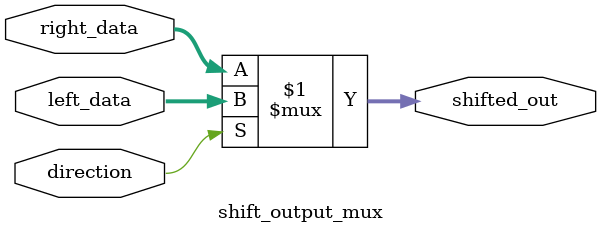
<source format=sv>
module barrel_shifter (
    input  wire [7:0] data_in,       // Input data
    input  wire [2:0] shift_amt,     // Shift amount
    input  wire       direction,     // 0: right, 1: left
    output wire [7:0] shifted_out    // Shifted result
);

    wire [7:0] left_shift_result;
    wire [7:0] right_shift_result;

    // Left shifter submodule instance
    left_shifter #(
        .WIDTH(8)
    ) u_left_shifter (
        .in_data(data_in),
        .shift_amount(shift_amt),
        .shifted_data(left_shift_result)
    );

    // Right shifter submodule instance
    right_shifter #(
        .WIDTH(8)
    ) u_right_shifter (
        .in_data(data_in),
        .shift_amount(shift_amt),
        .shifted_data(right_shift_result)
    );

    // Output multiplexer submodule instance
    shift_output_mux #(
        .WIDTH(8)
    ) u_shift_output_mux (
        .left_data(left_shift_result),
        .right_data(right_shift_result),
        .direction(direction),
        .shifted_out(shifted_out)
    );

endmodule

// ---------------------------------------------------------------------------
// Module: left_shifter
// Function: Performs logical left shift on input data by specified amount
//        using barrel shifter structure (MUX-based)
// ---------------------------------------------------------------------------
module left_shifter #(
    parameter WIDTH = 8
) (
    input  wire [WIDTH-1:0] in_data,
    input  wire [2:0]       shift_amount,
    output wire [WIDTH-1:0] shifted_data
);
    wire [WIDTH-1:0] stage0;
    wire [WIDTH-1:0] stage1;
    wire [WIDTH-1:0] stage2;

    // Stage 0: shift by 1 if shift_amount[0]
    genvar i;
    generate
        for (i = 0; i < WIDTH; i = i + 1) begin : gen_left_stage0
            assign stage0[i] = shift_amount[0] ?
                ((i >= 1) ? in_data[i-1] : 1'b0) :
                in_data[i];
        end
    endgenerate

    // Stage 1: shift by 2 if shift_amount[1]
    generate
        for (i = 0; i < WIDTH; i = i + 1) begin : gen_left_stage1
            assign stage1[i] = shift_amount[1] ?
                ((i >= 2) ? stage0[i-2] : 1'b0) :
                stage0[i];
        end
    endgenerate

    // Stage 2: shift by 4 if shift_amount[2]
    generate
        for (i = 0; i < WIDTH; i = i + 1) begin : gen_left_stage2
            assign stage2[i] = shift_amount[2] ?
                ((i >= 4) ? stage1[i-4] : 1'b0) :
                stage1[i];
        end
    endgenerate

    assign shifted_data = stage2;

endmodule

// ---------------------------------------------------------------------------
// Module: right_shifter
// Function: Performs logical right shift on input data by specified amount
//        using barrel shifter structure (MUX-based)
// ---------------------------------------------------------------------------
module right_shifter #(
    parameter WIDTH = 8
) (
    input  wire [WIDTH-1:0] in_data,
    input  wire [2:0]       shift_amount,
    output wire [WIDTH-1:0] shifted_data
);
    wire [WIDTH-1:0] stage0;
    wire [WIDTH-1:0] stage1;
    wire [WIDTH-1:0] stage2;

    // Stage 0: shift by 1 if shift_amount[0]
    genvar i;
    generate
        for (i = 0; i < WIDTH; i = i + 1) begin : gen_right_stage0
            assign stage0[i] = shift_amount[0] ?
                ((i <= WIDTH-2) ? in_data[i+1] : 1'b0) :
                in_data[i];
        end
    endgenerate

    // Stage 1: shift by 2 if shift_amount[1]
    generate
        for (i = 0; i < WIDTH; i = i + 1) begin : gen_right_stage1
            assign stage1[i] = shift_amount[1] ?
                ((i <= WIDTH-3) ? stage0[i+2] : 1'b0) :
                stage0[i];
        end
    endgenerate

    // Stage 2: shift by 4 if shift_amount[2]
    generate
        for (i = 0; i < WIDTH; i = i + 1) begin : gen_right_stage2
            assign stage2[i] = shift_amount[2] ?
                ((i <= WIDTH-5) ? stage1[i+4] : 1'b0) :
                stage1[i];
        end
    endgenerate

    assign shifted_data = stage2;

endmodule

// ---------------------------------------------------------------------------
// Module: shift_output_mux
// Function: Selects between left and right shifted data based on direction
// ---------------------------------------------------------------------------
module shift_output_mux #(
    parameter WIDTH = 8
) (
    input  wire [WIDTH-1:0] left_data,
    input  wire [WIDTH-1:0] right_data,
    input  wire             direction,   // 0: right, 1: left
    output wire [WIDTH-1:0] shifted_out
);
    assign shifted_out = direction ? left_data : right_data;
endmodule
</source>
